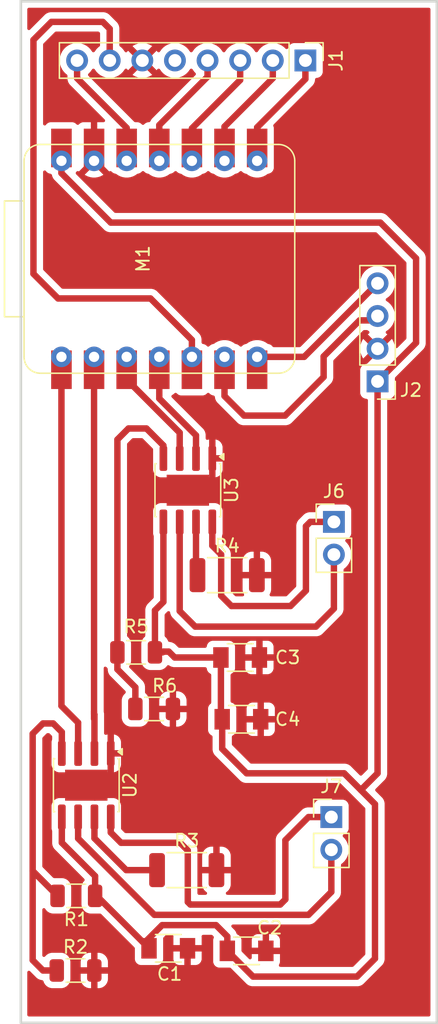
<source format=kicad_pcb>
(kicad_pcb (version 20241229) (generator "pcbnew") (generator_version "9.0")
  (layers (0 "F.Cu" signal) (2 "B.Cu" signal) (13 "F.Paste" user) (15 "B.Paste" user) (5 "F.SilkS" user "F.Silkscreen") (7 "B.SilkS" user "B.Silkscreen") (1 "F.Mask" user) (3 "B.Mask" user) (25 "Edge.Cuts" user))
  (net 0 "")
  (net 1 "SDA")
  (net 2 "PWR_5V")
  (net 3 "GNDD")
  (net 4 "MISO")
  (net 5 "PWR_3V3")
  (net 6 "IRQ")
  (net 7 "SCK")
  (net 8 "MOSI")
  (net 9 "RST")
  (net 10 "LCD_SDA")
  (net 11 "SCL")
  (net 12 "M_B_Out2")
  (net 13 "M_B_Out1")
  (net 14 "M_A_Out1")
  (net 15 "M_A_Out2")
  (net 16 "M_B_In1")
  (net 17 "M_A_In2")
  (net 18 "M_B_In2")
  (net 19 "M_A_In1")
  (net 20 "Net-(U2-VREF)")
  (net 21 "Net-(U2-LSS)")
  (net 22 "Net-(U3-LSS)")
  (net 23 "Net-(U3-VREF)")
  (footprint "PCM_fab:C_1206" (layer "F.Cu") (at 142.7 92)
    (property "Reference" "C3" (at 3.7 0 0) (layer "F.SilkS"))
    (property "Value" "10u")
    (fp_line (start -1 -1.07) (end 1 -1.07) (stroke (width 0.12)) (layer "F.SilkS"))
    (fp_line (start 1 1.07) (end -1 1.07) (stroke (width 0.12)) (layer "F.SilkS"))
    (pad "1" smd rect (at -1.5 0) (size 1.2 1.6) (layers "F.Cu" "F.Mask" "F.Paste") (net 2 "PWR_5V"))
    (pad "2" smd rect (at 1.5 0) (size 1.2 1.6) (layers "F.Cu" "F.Mask" "F.Paste") (net 3 "GNDD"))
  )
  (footprint "Resistor_SMD:R_1206_3216Metric" (layer "F.Cu") (at 134.6 91.6 180)
    (property "Reference" "R5" (at 0 2 0) (layer "F.SilkS"))
    (property "Value" "100K")
    (fp_line (start -0.727064 0.91) (end 0.727064 0.91) (stroke (width 0.12)) (layer "F.SilkS"))
    (fp_line (start -0.727064 -0.91) (end 0.727064 -0.91) (stroke (width 0.12)) (layer "F.SilkS"))
    (pad "1" smd roundrect (at -1.4625 0 180) (size 1.125 1.75) (layers "F.Cu" "F.Mask" "F.Paste") (roundrect_rratio 0.222222) (net 2 "PWR_5V"))
    (pad "2" smd roundrect (at 1.4625 0 180) (size 1.125 1.75) (layers "F.Cu" "F.Mask" "F.Paste") (roundrect_rratio 0.222222) (net 23 "Net-(U3-VREF)"))
  )
  (footprint "Connector_PinHeader_2.54mm:PinHeader_1x02_P2.54mm_Vertical" (layer "F.Cu") (at 150 81.46)
    (property "Reference" "J6" (at 0 -2.38 0) (layer "F.SilkS"))
    (property "Value" "Motor_B")
    (fp_line (start -1.38 -1.38) (end 0 -1.38) (stroke (width 0.12)) (layer "F.SilkS"))
    (fp_line (start -1.38 0) (end -1.38 -1.38) (stroke (width 0.12)) (layer "F.SilkS"))
    (fp_line (start -1.38 1.27) (end -1.38 3.92) (stroke (width 0.12)) (layer "F.SilkS"))
    (fp_line (start -1.38 1.27) (end 1.38 1.27) (stroke (width 0.12)) (layer "F.SilkS"))
    (fp_line (start -1.38 3.92) (end 1.38 3.92) (stroke (width 0.12)) (layer "F.SilkS"))
    (fp_line (start 1.38 1.27) (end 1.38 3.92) (stroke (width 0.12)) (layer "F.SilkS"))
    (pad "1" thru_hole rect (at 0 0) (size 1.7 1.7) (drill 1) (layers "*.Cu" "*.Mask") (net 12 "M_B_Out2"))
    (pad "2" thru_hole circle (at 0 2.54) (size 1.7 1.7) (drill 1) (layers "*.Cu" "*.Mask") (net 13 "M_B_Out1"))
  )
  (footprint "Resistor_SMD:R_1206_3216Metric" (layer "F.Cu") (at 136 96)
    (property "Reference" "R6" (at 0.82 -1.8 0) (layer "F.SilkS"))
    (property "Value" "10K")
    (fp_line (start -0.727064 -0.91) (end 0.727064 -0.91) (stroke (width 0.12)) (layer "F.SilkS"))
    (fp_line (start -0.727064 0.91) (end 0.727064 0.91) (stroke (width 0.12)) (layer "F.SilkS"))
    (pad "1" smd roundrect (at -1.4625 0) (size 1.125 1.75) (layers "F.Cu" "F.Mask" "F.Paste") (roundrect_rratio 0.222222) (net 23 "Net-(U3-VREF)"))
    (pad "2" smd roundrect (at 1.4625 0) (size 1.125 1.75) (layers "F.Cu" "F.Mask" "F.Paste") (roundrect_rratio 0.222222) (net 3 "GNDD"))
  )
  (footprint "PCM_fab:SeeedStudio_XIAO_RP2040" (layer "F.Cu") (at 136.4 61.02 90)
    (property "Reference" "M1" (at 0 -1.27 90) (layer "F.SilkS"))
    (property "Value" "Module_XIAO-RP2040")
    (fp_line (start -7.6175 -10.531) (end 7.6225 -10.531) (stroke (width 0.12)) (layer "F.SilkS"))
    (fp_line (start 8.8925 -9.261) (end 8.8925 9.281) (stroke (width 0.12)) (layer "F.SilkS"))
    (fp_line (start -8.8875 9.281) (end -8.8875 -9.261) (stroke (width 0.12)) (layer "F.SilkS"))
    (fp_line (start 7.6225 10.551) (end -7.6175 10.551) (stroke (width 0.12)) (layer "F.SilkS"))
    (fp_rect (start -4.4975 -10.531) (end 4.5025 -12.055) (stroke (width 0.12)) (fill no) (layer "F.SilkS"))
    (fp_arc (start 7.6225 -10.531) (mid 8.520526 -10.159026) (end 8.8925 -9.261) (stroke (width 0.12)) (layer "F.SilkS"))
    (fp_arc (start -8.8875 -9.261) (mid -8.515526 -10.159026) (end -7.6175 -10.531) (stroke (width 0.12)) (layer "F.SilkS"))
    (fp_arc (start 8.8925 9.281) (mid 8.520526 10.179026) (end 7.6225 10.551) (stroke (width 0.12)) (layer "F.SilkS"))
    (fp_arc (start -7.6175 10.551) (mid -8.515526 10.179026) (end -8.8875 9.281) (stroke (width 0.12)) (layer "F.SilkS"))
    (pad "1" thru_hole circle (at -7.615 -7.62 90) (size 1.6 1.6) (drill 0.8) (layers "*.Cu" "*.Mask") (net 19 "M_A_In1"))
    (pad "1" smd rect (at -7.615 -7.62 90) (size 3 1.6) (drill (offset -1 0)) (layers "F.Cu" "F.Mask" "F.Paste") (net 19 "M_A_In1"))
    (pad "2" thru_hole circle (at -7.615 -5.08 90) (size 1.6 1.6) (drill 0.8) (layers "*.Cu" "*.Mask") (net 17 "M_A_In2"))
    (pad "2" smd rect (at -7.615 -5.08 90) (size 3 1.6) (drill (offset -1 0)) (layers "F.Cu" "F.Mask" "F.Paste") (net 17 "M_A_In2"))
    (pad "3" thru_hole circle (at -7.615 -2.54 90) (size 1.6 1.6) (drill 0.8) (layers "*.Cu" "*.Mask") (net 16 "M_B_In1"))
    (pad "3" smd rect (at -7.615 -2.54 90) (size 3 1.6) (drill (offset -1 0)) (layers "F.Cu" "F.Mask" "F.Paste") (net 16 "M_B_In1"))
    (pad "4" thru_hole circle (at -7.615 0 90) (size 1.6 1.6) (drill 0.8) (layers "*.Cu" "*.Mask") (net 18 "M_B_In2"))
    (pad "4" smd rect (at -7.615 0 90) (size 3 1.6) (drill (offset -1 0)) (layers "F.Cu" "F.Mask" "F.Paste") (net 18 "M_B_In2"))
    (pad "5" thru_hole circle (at -7.615 2.54 90) (size 1.6 1.6) (drill 0.8) (layers "*.Cu" "*.Mask") (net 9 "RST"))
    (pad "5" smd rect (at -7.615 2.54 90) (size 3 1.6) (drill (offset -1 0)) (layers "F.Cu" "F.Mask" "F.Paste") (net 9 "RST"))
    (pad "6" thru_hole circle (at -7.615 5.08 90) (size 1.6 1.6) (drill 0.8) (layers "*.Cu" "*.Mask") (net 10 "LCD_SDA"))
    (pad "6" smd rect (at -7.615 5.08 90) (size 3 1.6) (drill (offset -1 0)) (layers "F.Cu" "F.Mask" "F.Paste") (net 10 "LCD_SDA"))
    (pad "7" thru_hole circle (at -7.615 7.62 90) (size 1.6 1.6) (drill 0.8) (layers "*.Cu" "*.Mask") (net 11 "SCL"))
    (pad "7" smd rect (at -7.615 7.62 90) (size 3 1.6) (drill (offset -1 0)) (layers "F.Cu" "F.Mask" "F.Paste") (net 11 "SCL"))
    (pad "8" thru_hole circle (at 7.62 7.62 90) (size 1.6 1.6) (drill 0.8) (layers "*.Cu" "*.Mask") (net 1 "SDA"))
    (pad "8" smd rect (at 7.62 7.62 90) (size 3 1.6) (drill (offset 1 0)) (layers "F.Cu" "F.Mask" "F.Paste") (net 1 "SDA"))
    (pad "9" thru_hole circle (at 7.62 5.08 90) (size 1.6 1.6) (drill 0.8) (layers "*.Cu" "*.Mask") (net 7 "SCK"))
    (pad "9" smd rect (at 7.62 5.08 90) (size 3 1.6) (drill (offset 1 0)) (layers "F.Cu" "F.Mask" "F.Paste") (net 7 "SCK"))
    (pad "10" thru_hole circle (at 7.62 2.54 90) (size 1.6 1.6) (drill 0.8) (layers "*.Cu" "*.Mask") (net 8 "MOSI"))
    (pad "10" smd rect (at 7.62 2.54 90) (size 3 1.6) (drill (offset 1 0)) (layers "F.Cu" "F.Mask" "F.Paste") (net 8 "MOSI"))
    (pad "11" thru_hole circle (at 7.62 0 90) (size 1.6 1.6) (drill 0.8) (layers "*.Cu" "*.Mask") (net 4 "MISO"))
    (pad "11" smd rect (at 7.62 0 90) (size 3 1.6) (drill (offset 1 0)) (layers "F.Cu" "F.Mask" "F.Paste") (net 4 "MISO"))
    (pad "12" thru_hole circle (at 7.62 -2.54 90) (size 1.6 1.6) (drill 0.8) (layers "*.Cu" "*.Mask") (net 5 "PWR_3V3"))
    (pad "12" smd rect (at 7.62 -2.54 90) (size 3 1.6) (drill (offset 1 0)) (layers "F.Cu" "F.Mask" "F.Paste") (net 5 "PWR_3V3"))
    (pad "13" thru_hole circle (at 7.62 -5.08 90) (size 1.6 1.6) (drill 0.8) (layers "*.Cu" "*.Mask") (net 3 "GNDD"))
    (pad "13" smd rect (at 7.62 -5.08 90) (size 3 1.6) (drill (offset 1 0)) (layers "F.Cu" "F.Mask" "F.Paste") (net 3 "GNDD"))
    (pad "14" thru_hole circle (at 7.62 -7.62 90) (size 1.6 1.6) (drill 0.8) (layers "*.Cu" "*.Mask") (net 2 "PWR_5V"))
    (pad "14" smd rect (at 7.62 -7.62 90) (size 3 1.6) (drill (offset 1 0)) (layers "F.Cu" "F.Mask" "F.Paste") (net 2 "PWR_5V"))
  )
  (footprint "Resistor_SMD:R_1206_3216Metric" (layer "F.Cu") (at 129.8775 116.325)
    (property "Reference" "R2" (at 0 -1.83 0) (layer "F.SilkS"))
    (property "Value" "10K")
    (fp_line (start -0.727064 -0.91) (end 0.727064 -0.91) (stroke (width 0.12)) (layer "F.SilkS"))
    (fp_line (start -0.727064 0.91) (end 0.727064 0.91) (stroke (width 0.12)) (layer "F.SilkS"))
    (pad "1" smd roundrect (at -1.4625 0) (size 1.125 1.75) (layers "F.Cu" "F.Mask" "F.Paste") (roundrect_rratio 0.222222) (net 20 "Net-(U2-VREF)"))
    (pad "2" smd roundrect (at 1.4625 0) (size 1.125 1.75) (layers "F.Cu" "F.Mask" "F.Paste") (roundrect_rratio 0.222222) (net 3 "GNDD"))
  )
  (footprint "Resistor_SMD:R_2010_5025Metric" (layer "F.Cu") (at 141.6875 85.6)
    (property "Reference" "R4" (at 0 -2.28 0) (layer "F.SilkS"))
    (property "Value" "0.25R")
    (fp_line (start -1.527064 -1.36) (end 1.527064 -1.36) (stroke (width 0.12)) (layer "F.SilkS"))
    (fp_line (start -1.527064 1.36) (end 1.527064 1.36) (stroke (width 0.12)) (layer "F.SilkS"))
    (pad "1" smd roundrect (at -2.3125 0) (size 1.225 2.65) (layers "F.Cu" "F.Mask" "F.Paste") (roundrect_rratio 0.204082) (net 22 "Net-(U3-LSS)"))
    (pad "2" smd roundrect (at 2.3125 0) (size 1.225 2.65) (layers "F.Cu" "F.Mask" "F.Paste") (roundrect_rratio 0.204082) (net 3 "GNDD"))
  )
  (footprint "PCM_fab:C_1206" (layer "F.Cu") (at 142.8 96.8)
    (property "Reference" "C4" (at 3.6 0 0) (layer "F.SilkS"))
    (property "Value" "0.1u")
    (fp_line (start -1 -1.07) (end 1 -1.07) (stroke (width 0.12)) (layer "F.SilkS"))
    (fp_line (start 1 1.07) (end -1 1.07) (stroke (width 0.12)) (layer "F.SilkS"))
    (pad "1" smd rect (at -1.5 0) (size 1.2 1.6) (layers "F.Cu" "F.Mask" "F.Paste") (net 2 "PWR_5V"))
    (pad "2" smd rect (at 1.5 0) (size 1.2 1.6) (layers "F.Cu" "F.Mask" "F.Paste") (net 3 "GNDD"))
  )
  (footprint "Connector_PinHeader_2.54mm:PinHeader_1x04_P2.54mm_Vertical" (layer "F.Cu") (at 153.4 70.54 180)
    (property "Reference" "J2" (at -2.6 -0.68 0) (layer "F.SilkS"))
    (property "Value" "LCD")
    (fp_line (start 1.38 1.27) (end 1.38 9) (stroke (width 0.12)) (layer "F.SilkS"))
    (fp_line (start -1.38 9) (end 1.38 9) (stroke (width 0.12)) (layer "F.SilkS"))
    (fp_line (start -1.38 1.27) (end 1.38 1.27) (stroke (width 0.12)) (layer "F.SilkS"))
    (fp_line (start -1.38 1.27) (end -1.38 9) (stroke (width 0.12)) (layer "F.SilkS"))
    (fp_line (start -1.38 0) (end -1.38 -1.38) (stroke (width 0.12)) (layer "F.SilkS"))
    (fp_line (start -1.38 -1.38) (end 0 -1.38) (stroke (width 0.12)) (layer "F.SilkS"))
    (pad "1" thru_hole rect (at 0 0 180) (size 1.7 1.7) (drill 1) (layers "*.Cu" "*.Mask") (net 2 "PWR_5V"))
    (pad "2" thru_hole circle (at 0 2.54 180) (size 1.7 1.7) (drill 1) (layers "*.Cu" "*.Mask") (net 3 "GNDD"))
    (pad "3" thru_hole circle (at 0 5.08 180) (size 1.7 1.7) (drill 1) (layers "*.Cu" "*.Mask") (net 10 "LCD_SDA"))
    (pad "4" thru_hole circle (at 0 7.62 180) (size 1.7 1.7) (drill 1) (layers "*.Cu" "*.Mask") (net 11 "SCL"))
  )
  (footprint "PCM_fab:C_1206" (layer "F.Cu") (at 143.2 114.8)
    (property "Reference" "C2" (at 1.8 -1.8 0) (layer "F.SilkS"))
    (property "Value" "0.1u")
    (fp_line (start -1 -1.07) (end 1 -1.07) (stroke (width 0.12)) (layer "F.SilkS"))
    (fp_line (start 1 1.07) (end -1 1.07) (stroke (width 0.12)) (layer "F.SilkS"))
    (pad "1" smd rect (at -1.5 0) (size 1.2 1.6) (layers "F.Cu" "F.Mask" "F.Paste") (net 2 "PWR_5V"))
    (pad "2" smd rect (at 1.5 0) (size 1.2 1.6) (layers "F.Cu" "F.Mask" "F.Paste") (net 3 "GNDD"))
  )
  (footprint "Resistor_SMD:R_2010_5025Metric" (layer "F.Cu") (at 138.54 108.525)
    (property "Reference" "R3" (at 0 -2.28 0) (layer "F.SilkS"))
    (property "Value" "0.25R")
    (fp_line (start -1.527064 -1.36) (end 1.527064 -1.36) (stroke (width 0.12)) (layer "F.SilkS"))
    (fp_line (start -1.527064 1.36) (end 1.527064 1.36) (stroke (width 0.12)) (layer "F.SilkS"))
    (pad "1" smd roundrect (at -2.3125 0) (size 1.225 2.65) (layers "F.Cu" "F.Mask" "F.Paste") (roundrect_rratio 0.204082) (net 21 "Net-(U2-LSS)"))
    (pad "2" smd roundrect (at 2.3125 0) (size 1.225 2.65) (layers "F.Cu" "F.Mask" "F.Paste") (roundrect_rratio 0.204082) (net 3 "GNDD"))
  )
  (footprint "Package_SO:SOIC-8-1EP_3.9x4.9mm_P1.27mm_EP2.41x3.3mm" (layer "F.Cu") (at 130.715 101.925 -90)
    (property "Reference" "U2" (at 0 -3.4 90) (layer "F.SilkS"))
    (property "Value" "M_A_A4953_LJ")
    (fp_line (start -2.06 2.56) (end -2.06 2.465) (stroke (width 0.12)) (layer "F.SilkS"))
    (fp_line (start 2.06 2.56) (end -2.06 2.56) (stroke (width 0.12)) (layer "F.SilkS"))
    (fp_line (start 2.06 2.465) (end 2.06 2.56) (stroke (width 0.12)) (layer "F.SilkS"))
    (fp_line (start -2.06 -2.465) (end -2.06 -2.56) (stroke (width 0.12)) (layer "F.SilkS"))
    (fp_line (start -2.06 -2.56) (end 2.06 -2.56) (stroke (width 0.12)) (layer "F.SilkS"))
    (fp_line (start 2.06 -2.56) (end 2.06 -2.465) (stroke (width 0.12)) (layer "F.SilkS"))
    (fp_poly (pts (xy -2.6 -2.47) (xy -2.84 -2.8) (xy -2.36 -2.8)) (stroke (width 0.12)) (fill yes) (layer "F.SilkS"))
    (pad "1" smd roundrect (at -2.475 -1.905 270) (size 1.95 0.6) (layers "F.Cu" "F.Mask" "F.Paste") (net 3 "GNDD"))
    (pad "2" smd roundrect (at -2.475 -0.635 270) (size 1.95 0.6) (layers "F.Cu" "F.Mask" "F.Paste") (net 17 "M_A_In2"))
    (pad "3" smd roundrect (at -2.475 0.635 270) (size 1.95 0.6) (layers "F.Cu" "F.Mask" "F.Paste") (net 19 "M_A_In1"))
    (pad "4" smd roundrect (at -2.475 1.905 270) (size 1.95 0.6) (layers "F.Cu" "F.Mask" "F.Paste") (net 20 "Net-(U2-VREF)"))
    (pad "5" smd roundrect (at 2.475 1.905 270) (size 1.95 0.6) (layers "F.Cu" "F.Mask" "F.Paste") (net 2 "PWR_5V"))
    (pad "6" smd roundrect (at 2.475 0.635 270) (size 1.95 0.6) (layers "F.Cu" "F.Mask" "F.Paste") (net 14 "M_A_Out1"))
    (pad "7" smd roundrect (at 2.475 -0.635 270) (size 1.95 0.6) (layers "F.Cu" "F.Mask" "F.Paste") (net 21 "Net-(U2-LSS)"))
    (pad "8" smd roundrect (at 2.475 -1.905 270) (size 1.95 0.6) (layers "F.Cu" "F.Mask" "F.Paste") (net 15 "M_A_Out2"))
    (pad "9" smd rect (at 0 0 270) (size 2.41 3.3) (property pad_prop_heatsink) (layers "F.Cu" "F.Mask") (net 3 "GNDD"))
  )
  (footprint "Connector_PinHeader_2.54mm:PinHeader_1x08_P2.54mm_Vertical" (layer "F.Cu") (at 147.78 45.6 -90)
    (property "Reference" "J1" (at 0 -2.38 90) (layer "F.SilkS"))
    (property "Value" "RC522")
    (fp_line (start -1.38 19.16) (end 1.38 19.16) (stroke (width 0.12)) (layer "F.SilkS"))
    (fp_line (start -1.38 1.27) (end -1.38 19.16) (stroke (width 0.12)) (layer "F.SilkS"))
    (fp_line (start -1.38 1.27) (end 1.38 1.27) (stroke (width 0.12)) (layer "F.SilkS"))
    (fp_line (start 1.38 1.27) (end 1.38 19.16) (stroke (width 0.12)) (layer "F.SilkS"))
    (fp_line (start -1.38 0) (end -1.38 -1.38) (stroke (width 0.12)) (layer "F.SilkS"))
    (fp_line (start -1.38 -1.38) (end 0 -1.38) (stroke (width 0.12)) (layer "F.SilkS"))
    (pad "1" thru_hole rect (at 0 0 270) (size 1.7 1.7) (drill 1) (layers "*.Cu" "*.Mask") (net 1 "SDA"))
    (pad "2" thru_hole circle (at 0 2.54 270) (size 1.7 1.7) (drill 1) (layers "*.Cu" "*.Mask") (net 7 "SCK"))
    (pad "3" thru_hole circle (at 0 5.08 270) (size 1.7 1.7) (drill 1) (layers "*.Cu" "*.Mask") (net 8 "MOSI"))
    (pad "4" thru_hole circle (at 0 7.62 270) (size 1.7 1.7) (drill 1) (layers "*.Cu" "*.Mask") (net 4 "MISO"))
    (pad "5" thru_hole circle (at 0 10.16 270) (size 1.7 1.7) (drill 1) (layers "*.Cu" "*.Mask") (net 6 "IRQ"))
    (pad "6" thru_hole circle (at 0 12.7 270) (size 1.7 1.7) (drill 1) (layers "*.Cu" "*.Mask") (net 3 "GNDD"))
    (pad "7" thru_hole circle (at 0 15.24 270) (size 1.7 1.7) (drill 1) (layers "*.Cu" "*.Mask") (net 9 "RST"))
    (pad "8" thru_hole circle (at 0 17.78 270) (size 1.7 1.7) (drill 1) (layers "*.Cu" "*.Mask") (net 5 "PWR_3V3"))
  )
  (footprint "Connector_PinHeader_2.54mm:PinHeader_1x02_P2.54mm_Vertical" (layer "F.Cu") (at 149.8 104.4)
    (property "Reference" "J7" (at 0 -2.38 0) (layer "F.SilkS"))
    (property "Value" "Motor_A")
    (fp_line (start -1.38 -1.38) (end 0 -1.38) (stroke (width 0.12)) (layer "F.SilkS"))
    (fp_line (start -1.38 0) (end -1.38 -1.38) (stroke (width 0.12)) (layer "F.SilkS"))
    (fp_line (start -1.38 1.27) (end -1.38 3.92) (stroke (width 0.12)) (layer "F.SilkS"))
    (fp_line (start -1.38 1.27) (end 1.38 1.27) (stroke (width 0.12)) (layer "F.SilkS"))
    (fp_line (start -1.38 3.92) (end 1.38 3.92) (stroke (width 0.12)) (layer "F.SilkS"))
    (fp_line (start 1.38 1.27) (end 1.38 3.92) (stroke (width 0.12)) (layer "F.SilkS"))
    (pad "1" thru_hole rect (at 0 0) (size 1.7 1.7) (drill 1) (layers "*.Cu" "*.Mask") (net 15 "M_A_Out2"))
    (pad "2" thru_hole circle (at 0 2.54) (size 1.7 1.7) (drill 1) (layers "*.Cu" "*.Mask") (net 14 "M_A_Out1"))
  )
  (footprint "PCM_fab:C_1206" (layer "F.Cu") (at 137.1 114.6)
    (property "Reference" "C1" (at 0.1 2 0) (layer "F.SilkS"))
    (property "Value" "10u")
    (fp_line (start -1 -1.07) (end 1 -1.07) (stroke (width 0.12)) (layer "F.SilkS"))
    (fp_line (start 1 1.07) (end -1 1.07) (stroke (width 0.12)) (layer "F.SilkS"))
    (pad "1" smd rect (at -1.5 0) (size 1.2 1.6) (layers "F.Cu" "F.Mask" "F.Paste") (net 2 "PWR_5V"))
    (pad "2" smd rect (at 1.5 0) (size 1.2 1.6) (layers "F.Cu" "F.Mask" "F.Paste") (net 3 "GNDD"))
  )
  (footprint "Resistor_SMD:R_1206_3216Metric" (layer "F.Cu") (at 129.94 110.525 180)
    (property "Reference" "R1" (at 0 -1.83 0) (layer "F.SilkS"))
    (property "Value" "100K")
    (fp_line (start -0.727064 0.91) (end 0.727064 0.91) (stroke (width 0.12)) (layer "F.SilkS"))
    (fp_line (start -0.727064 -0.91) (end 0.727064 -0.91) (stroke (width 0.12)) (layer "F.SilkS"))
    (pad "1" smd roundrect (at -1.4625 0 180) (size 1.125 1.75) (layers "F.Cu" "F.Mask" "F.Paste") (roundrect_rratio 0.222222) (net 2 "PWR_5V"))
    (pad "2" smd roundrect (at 1.4625 0 180) (size 1.125 1.75) (layers "F.Cu" "F.Mask" "F.Paste") (roundrect_rratio 0.222222) (net 20 "Net-(U2-VREF)"))
  )
  (footprint "Package_SO:SOIC-8-1EP_3.9x4.9mm_P1.27mm_EP2.41x3.3mm" (layer "F.Cu") (at 138.625 79 -90)
    (property "Reference" "U3" (at 0 -3.4 90) (layer "F.SilkS"))
    (property "Value" "M_B_A4953_LJ")
    (fp_line (start -2.06 2.56) (end -2.06 2.465) (stroke (width 0.12)) (layer "F.SilkS"))
    (fp_line (start 2.06 2.56) (end -2.06 2.56) (stroke (width 0.12)) (layer "F.SilkS"))
    (fp_line (start 2.06 2.465) (end 2.06 2.56) (stroke (width 0.12)) (layer "F.SilkS"))
    (fp_line (start -2.06 -2.465) (end -2.06 -2.56) (stroke (width 0.12)) (layer "F.SilkS"))
    (fp_line (start -2.06 -2.56) (end 2.06 -2.56) (stroke (width 0.12)) (layer "F.SilkS"))
    (fp_line (start 2.06 -2.56) (end 2.06 -2.465) (stroke (width 0.12)) (layer "F.SilkS"))
    (fp_poly (pts (xy -2.6 -2.47) (xy -2.84 -2.8) (xy -2.36 -2.8)) (stroke (width 0.12)) (fill yes) (layer "F.SilkS"))
    (pad "1" smd roundrect (at -2.475 -1.905 270) (size 1.95 0.6) (layers "F.Cu" "F.Mask" "F.Paste") (net 3 "GNDD"))
    (pad "2" smd roundrect (at -2.475 -0.635 270) (size 1.95 0.6) (layers "F.Cu" "F.Mask" "F.Paste") (net 18 "M_B_In2"))
    (pad "3" smd roundrect (at -2.475 0.635 270) (size 1.95 0.6) (layers "F.Cu" "F.Mask" "F.Paste") (net 16 "M_B_In1"))
    (pad "4" smd roundrect (at -2.475 1.905 270) (size 1.95 0.6) (layers "F.Cu" "F.Mask" "F.Paste") (net 23 "Net-(U3-VREF)"))
    (pad "5" smd roundrect (at 2.475 1.905 270) (size 1.95 0.6) (layers "F.Cu" "F.Mask" "F.Paste") (net 2 "PWR_5V"))
    (pad "6" smd roundrect (at 2.475 0.635 270) (size 1.95 0.6) (layers "F.Cu" "F.Mask" "F.Paste") (net 13 "M_B_Out1"))
    (pad "7" smd roundrect (at 2.475 -0.635 270) (size 1.95 0.6) (layers "F.Cu" "F.Mask" "F.Paste") (net 22 "Net-(U3-LSS)"))
    (pad "8" smd roundrect (at 2.475 -1.905 270) (size 1.95 0.6) (layers "F.Cu" "F.Mask" "F.Paste") (net 12 "M_B_Out2"))
    (pad "9" smd rect (at 0 0 270) (size 2.41 3.3) (property pad_prop_heatsink) (layers "F.Cu" "F.Mask") (net 3 "GNDD"))
  )
  (gr_rect (start 125.62 41) (end 158.02 120.4) (stroke (width 0.2)) (fill no) (layer "Edge.Cuts"))
  (segment (start 144.02 50.8) (end 144.02 53.4) (width 0.5) (layer "F.Cu") (net 1))
  (segment (start 147.78 47.04) (end 144.02 50.8) (width 0.5) (layer "F.Cu") (net 1))
  (segment (start 147.78 45.6) (end 147.78 47.04) (width 0.5) (layer "F.Cu") (net 1))
  (segment (start 131.525 110.525) (end 135.6 114.6) (width 0.5) (layer "F.Cu") (net 2))
  (segment (start 156.4 60.98) (end 156.4 67.54) (width 0.5) (layer "F.Cu") (net 2))
  (segment (start 136.0625 88.3375) (end 136.0625 91.6) (width 0.5) (layer "F.Cu") (net 2))
  (segment (start 143.7 116.8) (end 151.8 116.8) (width 0.5) (layer "F.Cu") (net 2))
  (segment (start 143.2 101) (end 149.4 101) (width 0.5) (layer "F.Cu") (net 2))
  (segment (start 137.1425 91.5425) (end 137.6 92) (width 0.5) (layer "F.Cu") (net 2))
  (segment (start 128.81 104.4) (end 128.81 106.395) (width 0.5) (layer "F.Cu") (net 2))
  (segment (start 153.2 103.4) (end 152.1 102.3) (width 0.5) (layer "F.Cu") (net 2))
  (segment (start 135.6 114.6) (end 135.51 114.51) (width 0.5) (layer "F.Cu") (net 2))
  (segment (start 153.62 58.2) (end 156.4 60.98) (width 0.5) (layer "F.Cu") (net 2))
  (segment (start 153.4 101) (end 152.1 102.3) (width 0.5) (layer "F.Cu") (net 2))
  (segment (start 128.78 53.4) (end 128.78 54.36) (width 0.5) (layer "F.Cu") (net 2))
  (segment (start 141.2 92) (end 141.2 96.7) (width 0.5) (layer "F.Cu") (net 2))
  (segment (start 141.3 99.1) (end 143 100.8) (width 0.5) (layer "F.Cu") (net 2))
  (segment (start 131.4025 108.9875) (end 131.4025 110.525) (width 0.5) (layer "F.Cu") (net 2))
  (segment (start 153.4 70.54) (end 153.4 101) (width 0.5) (layer "F.Cu") (net 2))
  (segment (start 140.82 112.8) (end 141.7 113.68) (width 0.5) (layer "F.Cu") (net 2))
  (segment (start 131.4025 110.525) (end 131.525 110.525) (width 0.5) (layer "F.Cu") (net 2))
  (segment (start 141.7 114.8) (end 143.7 116.8) (width 0.5) (layer "F.Cu") (net 2))
  (segment (start 136.72 81.475) (end 136.72 87.68) (width 0.5) (layer "F.Cu") (net 2))
  (segment (start 135.51 113.91) (end 136.62 112.8) (width 0.5) (layer "F.Cu") (net 2))
  (segment (start 137.6 92) (end 141.2 92) (width 0.5) (layer "F.Cu") (net 2))
  (segment (start 141.7 113.68) (end 141.7 114.8) (width 0.5) (layer "F.Cu") (net 2))
  (segment (start 149.4 101) (end 150.8 101) (width 0.5) (layer "F.Cu") (net 2))
  (segment (start 135.51 114.51) (end 135.51 113.91) (width 0.5) (layer "F.Cu") (net 2))
  (segment (start 132.62 58.2) (end 153.62 58.2) (width 0.5) (layer "F.Cu") (net 2))
  (segment (start 143 100.8) (end 143.2 101) (width 0.5) (layer "F.Cu") (net 2))
  (segment (start 141.3 96.8) (end 141.3 99.1) (width 0.5) (layer "F.Cu") (net 2))
  (segment (start 128.78 54.36) (end 132.62 58.2) (width 0.5) (layer "F.Cu") (net 2))
  (segment (start 136.72 91.5425) (end 137.1425 91.5425) (width 0.5) (layer "F.Cu") (net 2))
  (segment (start 156.4 67.54) (end 153.4 70.54) (width 0.5) (layer "F.Cu") (net 2))
  (segment (start 136.72 87.68) (end 136.0625 88.3375) (width 0.5) (layer "F.Cu") (net 2))
  (segment (start 150.8 101) (end 152.1 102.3) (width 0.5) (layer "F.Cu") (net 2))
  (segment (start 136.62 112.8) (end 140.82 112.8) (width 0.5) (layer "F.Cu") (net 2))
  (segment (start 141.2 96.7) (end 141.3 96.8) (width 0.5) (layer "F.Cu") (net 2))
  (segment (start 128.81 106.395) (end 131.4025 108.9875) (width 0.5) (layer "F.Cu") (net 2))
  (segment (start 136.72 91.5425) (end 136.6625 91.6) (width 0.5) (layer "F.Cu") (net 2))
  (segment (start 153.2 115.4) (end 153.2 103.4) (width 0.5) (layer "F.Cu") (net 2))
  (segment (start 151.8 116.8) (end 153.2 115.4) (width 0.5) (layer "F.Cu") (net 2))
  (segment (start 129.845 101.355) (end 131.38 102.89) (width 0.5) (layer "F.Cu") (net 3))
  (segment (start 136.4 50.62) (end 136.4 53.4) (width 0.5) (layer "F.Cu") (net 4))
  (segment (start 140.16 45.6) (end 140.16 46.86) (width 0.5) (layer "F.Cu") (net 4))
  (segment (start 140.16 46.86) (end 136.4 50.62) (width 0.5) (layer "F.Cu") (net 4))
  (segment (start 130 46.98) (end 133.86 50.84) (width 0.5) (layer "F.Cu") (net 5))
  (segment (start 133.86 50.84) (end 133.86 53.4) (width 0.5) (layer "F.Cu") (net 5))
  (segment (start 130 45.6) (end 130 46.98) (width 0.5) (layer "F.Cu") (net 5))
  (segment (start 141.48 50.74) (end 141.48 53.4) (width 0.5) (layer "F.Cu") (net 7))
  (segment (start 145.24 46.98) (end 141.48 50.74) (width 0.5) (layer "F.Cu") (net 7))
  (segment (start 145.24 45.6) (end 145.24 46.98) (width 0.5) (layer "F.Cu") (net 7))
  (segment (start 138.94 50.88) (end 138.94 53.4) (width 0.5) (layer "F.Cu") (net 8))
  (segment (start 142.7 47.12) (end 138.94 50.88) (width 0.5) (layer "F.Cu") (net 8))
  (segment (start 142.7 45.6) (end 142.7 47.12) (width 0.5) (layer "F.Cu") (net 8))
  (segment (start 126.6 62.18) (end 126.6 44) (width 0.5) (layer "F.Cu") (net 9))
  (segment (start 128 42.6) (end 132 42.6) (width 0.5) (layer "F.Cu") (net 9))
  (segment (start 126.6 44) (end 128 42.6) (width 0.5) (layer "F.Cu") (net 9))
  (segment (start 132 42.6) (end 132.54 43.14) (width 0.5) (layer "F.Cu") (net 9))
  (segment (start 128.515 64.095) (end 126.6 62.18) (width 0.5) (layer "F.Cu") (net 9))
  (segment (start 138.94 68.635) (end 138.94 67.32) (width 0.5) (layer "F.Cu") (net 9))
  (segment (start 132.54 43.14) (end 132.54 45.6) (width 0.5) (layer "F.Cu") (net 9))
  (segment (start 138.94 67.32) (end 135.715 64.095) (width 0.5) (layer "F.Cu") (net 9))
  (segment (start 135.715 64.095) (end 128.515 64.095) (width 0.5) (layer "F.Cu") (net 9))
  (segment (start 153.06 65.8) (end 153.4 65.46) (width 0.5) (layer "F.Cu") (net 10))
  (segment (start 141.48 71.68) (end 143 73.2) (width 0.5) (layer "F.Cu") (net 10))
  (segment (start 146.2 73.2) (end 148.8 70.6) (width 0.5) (layer "F.Cu") (net 10))
  (segment (start 152 65.8) (end 153.06 65.8) (width 0.5) (layer "F.Cu") (net 10))
  (segment (start 143 73.2) (end 146.2 73.2) (width 0.5) (layer "F.Cu") (net 10))
  (segment (start 149.2 68.6) (end 152 65.8) (width 0.5) (layer "F.Cu") (net 10))
  (segment (start 149.2 70.2) (end 149.2 68.6) (width 0.5) (layer "F.Cu") (net 10))
  (segment (start 141.48 68.635) (end 141.48 71.68) (width 0.5) (layer "F.Cu") (net 10))
  (segment (start 148.8 70.6) (end 149.2 70.2) (width 0.5) (layer "F.Cu") (net 10))
  (segment (start 147.685 68.635) (end 153.4 62.92) (width 0.5) (layer "F.Cu") (net 11))
  (segment (start 144.02 68.635) (end 147.685 68.635) (width 0.5) (layer "F.Cu") (net 11))
  (segment (start 147.82 86.8) (end 146.62 88) (width 0.5) (layer "F.Cu") (net 12))
  (segment (start 141.22 84) (end 140.53 83.31) (width 0.5) (layer "F.Cu") (net 12))
  (segment (start 146.62 88) (end 142.02 88) (width 0.5) (layer "F.Cu") (net 12))
  (segment (start 142.02 88) (end 141.22 87.2) (width 0.5) (layer "F.Cu") (net 12))
  (segment (start 150 81.46) (end 148.16 81.46) (width 0.5) (layer "F.Cu") (net 12))
  (segment (start 141.22 87.2) (end 141.22 84) (width 0.5) (layer "F.Cu") (net 12))
  (segment (start 147.82 81.8) (end 147.82 86.8) (width 0.5) (layer "F.Cu") (net 12))
  (segment (start 140.53 83.31) (end 140.53 81.475) (width 0.5) (layer "F.Cu") (net 12))
  (segment (start 148.16 81.46) (end 147.82 81.8) (width 0.5) (layer "F.Cu") (net 12))
  (segment (start 137.99 81.475) (end 137.99 88.39) (width 0.5) (layer "F.Cu") (net 13))
  (segment (start 137.99 88.39) (end 139.2 89.6) (width 0.5) (layer "F.Cu") (net 13))
  (segment (start 148.6 89.6) (end 150 88.2) (width 0.5) (layer "F.Cu") (net 13))
  (segment (start 139.2 89.6) (end 148.6 89.6) (width 0.5) (layer "F.Cu") (net 13))
  (segment (start 150 88.2) (end 150 84) (width 0.5) (layer "F.Cu") (net 13))
  (segment (start 136.015 112) (end 148.02 112) (width 0.5) (layer "F.Cu") (net 14))
  (segment (start 130.08 106.065) (end 136.015 112) (width 0.5) (layer "F.Cu") (net 14))
  (segment (start 148.02 112) (end 149.8 110.22) (width 0.5) (layer "F.Cu") (net 14))
  (segment (start 149.8 110.22) (end 149.8 106.94) (width 0.5) (layer "F.Cu") (net 14))
  (segment (start 130.08 104.4) (end 130.08 106.065) (width 0.5) (layer "F.Cu") (net 14))
  (segment (start 138.62 107) (end 138.02 106.4) (width 0.5) (layer "F.Cu") (net 15))
  (segment (start 138.82 111.2) (end 138.62 111) (width 0.5) (layer "F.Cu") (net 15))
  (segment (start 146.22 110.8) (end 145.82 111.2) (width 0.5) (layer "F.Cu") (net 15))
  (segment (start 133.42 106.4) (end 132.62 105.6) (width 0.5) (layer "F.Cu") (net 15))
  (segment (start 138.02 106.4) (end 133.42 106.4) (width 0.5) (layer "F.Cu") (net 15))
  (segment (start 132.62 105.6) (end 132.62 104.4) (width 0.5) (layer "F.Cu") (net 15))
  (segment (start 146.22 106.2) (end 146.22 110.8) (width 0.5) (layer "F.Cu") (net 15))
  (segment (start 149.8 104.4) (end 148.02 104.4) (width 0.5) (layer "F.Cu") (net 15))
  (segment (start 138.62 111) (end 138.62 107) (width 0.5) (layer "F.Cu") (net 15))
  (segment (start 145.82 111.2) (end 138.82 111.2) (width 0.5) (layer "F.Cu") (net 15))
  (segment (start 148.02 104.4) (end 146.22 106.2) (width 0.5) (layer "F.Cu") (net 15))
  (segment (start 133.86 70.397) (end 137.99 74.527) (width 0.5) (layer "F.Cu") (net 16))
  (segment (start 137.99 74.527) (end 137.99 76.525) (width 0.5) (layer "F.Cu") (net 16))
  (segment (start 133.86 68.635) (end 133.86 70.397) (width 0.5) (layer "F.Cu") (net 16))
  (segment (start 131.32 96.2) (end 131.32 96.4) (width 0.5) (layer "F.Cu") (net 17))
  (segment (start 131.32 96.4) (end 131.35 96.43) (width 0.5) (layer "F.Cu") (net 17))
  (segment (start 131.32 68.635) (end 131.32 96.2) (width 0.5) (layer "F.Cu") (net 17))
  (segment (start 131.35 96.43) (end 131.35 99.45) (width 0.5) (layer "F.Cu") (net 17))
  (segment (start 131.32 96.2) (end 131.32 96.77) (width 0.5) (layer "F.Cu") (net 17))
  (segment (start 136.4 71.874926) (end 139.26 74.734926) (width 0.5) (layer "F.Cu") (net 18))
  (segment (start 136.4 68.635) (end 136.4 71.874926) (width 0.5) (layer "F.Cu") (net 18))
  (segment (start 139.26 74.734926) (end 139.26 76.525) (width 0.5) (layer "F.Cu") (net 18))
  (segment (start 128.78 68.635) (end 128.78 95.765) (width 0.5) (layer "F.Cu") (net 19))
  (segment (start 130.08 97.065) (end 130.08 99.45) (width 0.5) (layer "F.Cu") (net 19))
  (segment (start 128.78 95.765) (end 130.08 97.065) (width 0.5) (layer "F.Cu") (net 19))
  (segment (start 126.54 115.525) (end 127.34 116.325) (width 0.5) (layer "F.Cu") (net 20))
  (segment (start 128.14 97.125) (end 127.34 97.125) (width 0.5) (layer "F.Cu") (net 20))
  (segment (start 127.34 116.325) (end 128.415 116.325) (width 0.5) (layer "F.Cu") (net 20))
  (segment (start 126.54 97.925) (end 126.54 108.5875) (width 0.5) (layer "F.Cu") (net 20))
  (segment (start 128.81 97.795) (end 128.14 97.125) (width 0.5) (layer "F.Cu") (net 20))
  (segment (start 127.34 97.125) (end 126.54 97.925) (width 0.5) (layer "F.Cu") (net 20))
  (segment (start 126.54 108.5875) (end 128.4775 110.525) (width 0.5) (layer "F.Cu") (net 20))
  (segment (start 126.54 108.5875) (end 126.54 115.525) (width 0.5) (layer "F.Cu") (net 20))
  (segment (start 128.81 99.45) (end 128.81 97.795) (width 0.5) (layer "F.Cu") (net 20))
  (segment (start 132.38375 107.08125) (end 133.8275 108.525) (width 0.5) (layer "F.Cu") (net 21))
  (segment (start 133.8275 108.525) (end 136.2275 108.525) (width 0.5) (layer "F.Cu") (net 21))
  (segment (start 131.35 104.4) (end 131.35 106.0475) (width 0.5) (layer "F.Cu") (net 21))
  (segment (start 131.35 106.0475) (end 132.38375 107.08125) (width 0.5) (layer "F.Cu") (net 21))
  (segment (start 139.26 85.485) (end 139.375 85.6) (width 0.5) (layer "F.Cu") (net 22))
  (segment (start 139.26 81.475) (end 139.26 85.485) (width 0.5) (layer "F.Cu") (net 22))
  (segment (start 133.1375 91.6) (end 133.1375 75.0625) (width 0.5) (layer "F.Cu") (net 23))
  (segment (start 133.1375 91.6) (end 133.1375 92.9175) (width 0.5) (layer "F.Cu") (net 23))
  (segment (start 134.5375 94.3175) (end 134.5375 96) (width 0.5) (layer "F.Cu") (net 23))
  (segment (start 133.1375 92.9175) (end 134.5375 94.3175) (width 0.5) (layer "F.Cu") (net 23))
  (segment (start 134 74.2) (end 135.4 74.2) (width 0.5) (layer "F.Cu") (net 23))
  (segment (start 136.72 75.52) (end 136.72 76.525) (width 0.5) (layer "F.Cu") (net 23))
  (segment (start 135.4 74.2) (end 136.72 75.52) (width 0.5) (layer "F.Cu") (net 23))
  (segment (start 133.1375 75.0625) (end 134 74.2) (width 0.5) (layer "F.Cu") (net 23))
  (zone (net 3) (net_name "GNDD") (layer "F.Cu") (connect_pads (clearance 0.5)) (min_thickness 0.25) (fill yes (thermal_gap 0.5) (thermal_bridge_width 0.5))
    (polygon (pts (xy 125.62 41) (xy 158.02 41) (xy 158.02 120.4) (xy 125.62 120.4)))
  )
)
</source>
